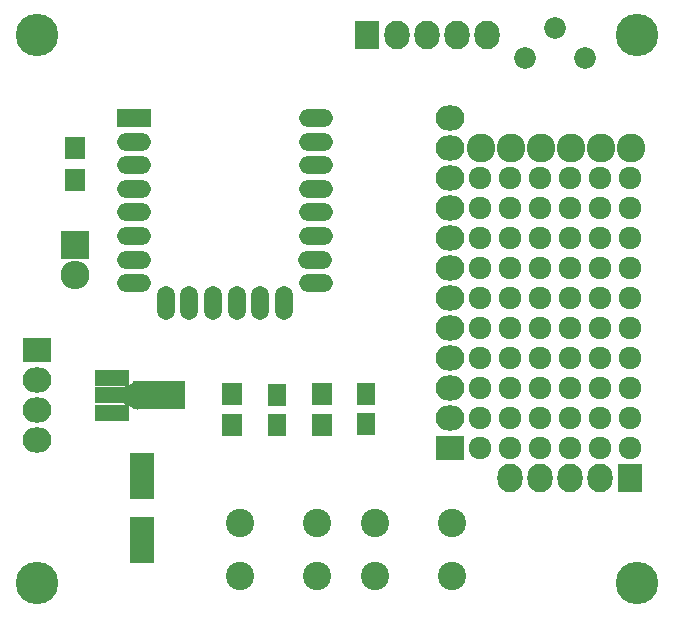
<source format=gbr>
%TF.GenerationSoftware,KiCad,Pcbnew,4.0.6*%
%TF.CreationDate,2017-04-04T12:59:26+02:00*%
%TF.ProjectId,ESP-Sensors,4553502D53656E736F72732E6B696361,rev?*%
%TF.FileFunction,Soldermask,Top*%
%FSLAX46Y46*%
G04 Gerber Fmt 4.6, Leading zero omitted, Abs format (unit mm)*
G04 Created by KiCad (PCBNEW 4.0.6) date 2017 April 04, Tuesday 12:59:26*
%MOMM*%
%LPD*%
G01*
G04 APERTURE LIST*
%ADD10C,0.100000*%
%ADD11R,2.900000X1.500000*%
%ADD12O,2.900000X1.500000*%
%ADD13O,1.500000X2.900000*%
%ADD14C,1.924000*%
%ADD15C,3.600000*%
%ADD16R,1.650000X1.900000*%
%ADD17R,2.000000X3.900000*%
%ADD18R,2.127200X2.432000*%
%ADD19O,2.127200X2.432000*%
%ADD20R,2.432000X2.127200*%
%ADD21O,2.432000X2.127200*%
%ADD22R,1.700000X1.900000*%
%ADD23C,2.400000*%
%ADD24R,2.901900X1.400760*%
%ADD25R,4.400500X2.398980*%
%ADD26C,2.432000*%
%ADD27R,2.432000X2.432000*%
%ADD28O,2.432000X2.432000*%
%ADD29C,1.840000*%
G04 APERTURE END LIST*
D10*
D11*
X119315000Y-72390000D03*
D12*
X119315000Y-74390000D03*
X119315000Y-76390000D03*
X119315000Y-78390000D03*
X119315000Y-80390000D03*
X119315000Y-82390000D03*
X119315000Y-84390000D03*
X119315000Y-86390000D03*
X134715000Y-86390000D03*
X134615000Y-84390000D03*
X134715000Y-82390000D03*
X134715000Y-80390000D03*
X134715000Y-78390000D03*
X134715000Y-76390000D03*
X134715000Y-74390000D03*
X134715000Y-72390000D03*
D13*
X122005000Y-88090000D03*
X124005000Y-88090000D03*
X126005000Y-88090000D03*
X128005000Y-88090000D03*
X130005000Y-88090000D03*
X132005000Y-88090000D03*
D14*
X148590000Y-77470000D03*
X151130000Y-77470000D03*
X153670000Y-77470000D03*
X156210000Y-77470000D03*
X158750000Y-77470000D03*
X161290000Y-77470000D03*
X148590000Y-80010000D03*
X151130000Y-80010000D03*
X153670000Y-80010000D03*
X156210000Y-80010000D03*
X158750000Y-80010000D03*
X161290000Y-80010000D03*
X148590000Y-82550000D03*
X151130000Y-82550000D03*
X153670000Y-82550000D03*
X156210000Y-82550000D03*
X158750000Y-82550000D03*
X161290000Y-82550000D03*
X148590000Y-85090000D03*
X151130000Y-85090000D03*
X153670000Y-85090000D03*
X156210000Y-85090000D03*
X158750000Y-85090000D03*
X161290000Y-85090000D03*
X148590000Y-87630000D03*
X151130000Y-87630000D03*
X153670000Y-87630000D03*
X156210000Y-87630000D03*
X158750000Y-87630000D03*
X161290000Y-87630000D03*
X148590000Y-90170000D03*
X151130000Y-90170000D03*
X153670000Y-90170000D03*
X156210000Y-90170000D03*
X158750000Y-90170000D03*
X161290000Y-90170000D03*
X148590000Y-92710000D03*
X151130000Y-92710000D03*
X153670000Y-92710000D03*
X156210000Y-92710000D03*
X158750000Y-92710000D03*
X161290000Y-92710000D03*
X148590000Y-95250000D03*
X151130000Y-95250000D03*
X153670000Y-95250000D03*
X156210000Y-95250000D03*
X158750000Y-95250000D03*
X161290000Y-95250000D03*
X148590000Y-97790000D03*
X151130000Y-97790000D03*
X153670000Y-97790000D03*
X156210000Y-97790000D03*
X158750000Y-97790000D03*
X161290000Y-97790000D03*
X148590000Y-100330000D03*
X151130000Y-100330000D03*
X153670000Y-100330000D03*
X156210000Y-100330000D03*
X158750000Y-100330000D03*
X161290000Y-100330000D03*
D15*
X161925000Y-65405000D03*
D16*
X131445000Y-95885000D03*
X131445000Y-98385000D03*
X138938000Y-98278000D03*
X138938000Y-95778000D03*
D17*
X120015000Y-102710000D03*
X120015000Y-108110000D03*
D18*
X139065000Y-65405000D03*
D19*
X141605000Y-65405000D03*
X144145000Y-65405000D03*
X146685000Y-65405000D03*
X149225000Y-65405000D03*
D20*
X146050000Y-100330000D03*
D21*
X146050000Y-97790000D03*
X146050000Y-95250000D03*
X146050000Y-92710000D03*
X146050000Y-90170000D03*
X146050000Y-87630000D03*
X146050000Y-85090000D03*
X146050000Y-82550000D03*
X146050000Y-80010000D03*
X146050000Y-77470000D03*
X146050000Y-74930000D03*
X146050000Y-72390000D03*
D18*
X161290000Y-102870000D03*
D19*
X158750000Y-102870000D03*
X156210000Y-102870000D03*
X153670000Y-102870000D03*
X151130000Y-102870000D03*
D20*
X111125000Y-92075000D03*
D21*
X111125000Y-94615000D03*
X111125000Y-97155000D03*
X111125000Y-99695000D03*
D22*
X114300000Y-74930000D03*
X114300000Y-77630000D03*
X127635000Y-95725000D03*
X127635000Y-98425000D03*
X135255000Y-98425000D03*
X135255000Y-95725000D03*
D23*
X128270000Y-111180000D03*
X128270000Y-106680000D03*
X134770000Y-111180000D03*
X134770000Y-106680000D03*
X139700000Y-111180000D03*
X139700000Y-106680000D03*
X146200000Y-111180000D03*
X146200000Y-106680000D03*
D15*
X111125000Y-65405000D03*
X111125000Y-111760000D03*
X161925000Y-111760000D03*
D24*
X117475000Y-94383860D03*
X117475000Y-95885000D03*
X117475000Y-97386140D03*
D25*
X121427240Y-95885000D03*
D10*
G36*
X119652390Y-97085760D02*
X118503090Y-96585380D01*
X118503090Y-95184620D01*
X119652390Y-94684240D01*
X119652390Y-97085760D01*
X119652390Y-97085760D01*
G37*
D26*
X148717000Y-74930000D03*
X151257000Y-74930000D03*
X153797000Y-74930000D03*
X156337000Y-74930000D03*
X158877000Y-74930000D03*
X161417000Y-74930000D03*
D27*
X114300000Y-83185000D03*
D28*
X114300000Y-85725000D03*
D29*
X152400000Y-67310000D03*
X154940000Y-64770000D03*
X157480000Y-67310000D03*
M02*

</source>
